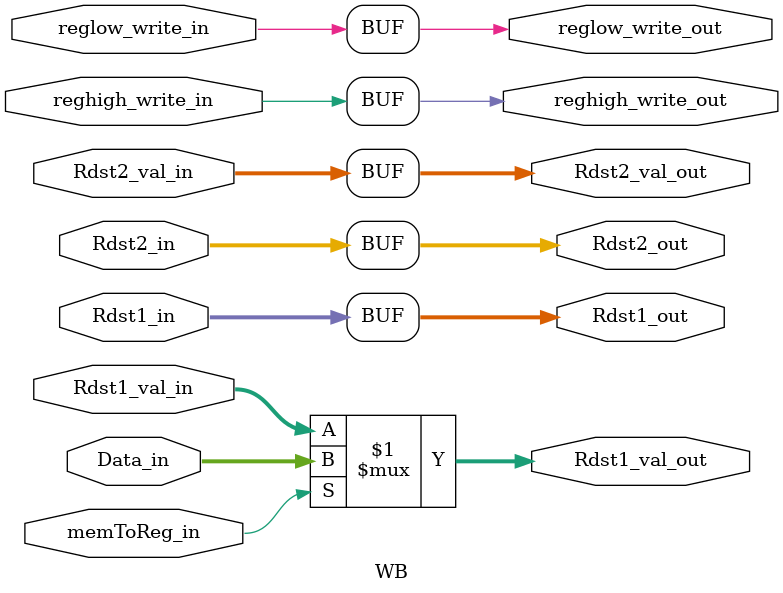
<source format=v>
/*this is the write back stage*/
module WB( Rdst2_val_out, Rdst2_out, reghigh_write_out, reglow_write_out, Rdst1_out, Rdst1_val_out,
		   Rdst2_val_in, Rdst2_in, reghigh_write_in, reglow_write_in, Rdst1_in, Rdst1_val_in, Data_in, memToReg_in);


/**************************************************************
	inputs coming from the MEM_WB buffer 
	(logic is so simple, no need to comment and explain)
**************************************************************/
input wire [15:0] Rdst2_val_in;
input wire [2:0] Rdst2_in;
input wire reghigh_write_in;
input wire [15:0] Rdst1_val_in;
input wire [2:0] Rdst1_in;
input wire reglow_write_in;
input wire [15:0] Data_in;
input wire memToReg_in;

/**************************************************************
	outputs from the WB 
	(logic is so simple, no need to comment and explain)
**************************************************************/
output wire [15:0] Rdst2_val_out;
output wire [2:0] Rdst2_out;
output wire reghigh_write_out;
output wire [15:0] Rdst1_val_out;
output wire [2:0] Rdst1_out;
output wire reglow_write_out;

/**************************************************************
	assigning the outputs
**************************************************************/
assign Rdst1_val_out = (memToReg_in) ? Data_in : Rdst1_val_in;  // the whole logic of the write back stage
assign Rdst2_val_out = Rdst2_val_in;
assign Rdst2_out = Rdst2_in;
assign reghigh_write_out = reghigh_write_in;
assign reglow_write_out = reglow_write_in;
assign Rdst1_out = Rdst1_in;

endmodule
</source>
